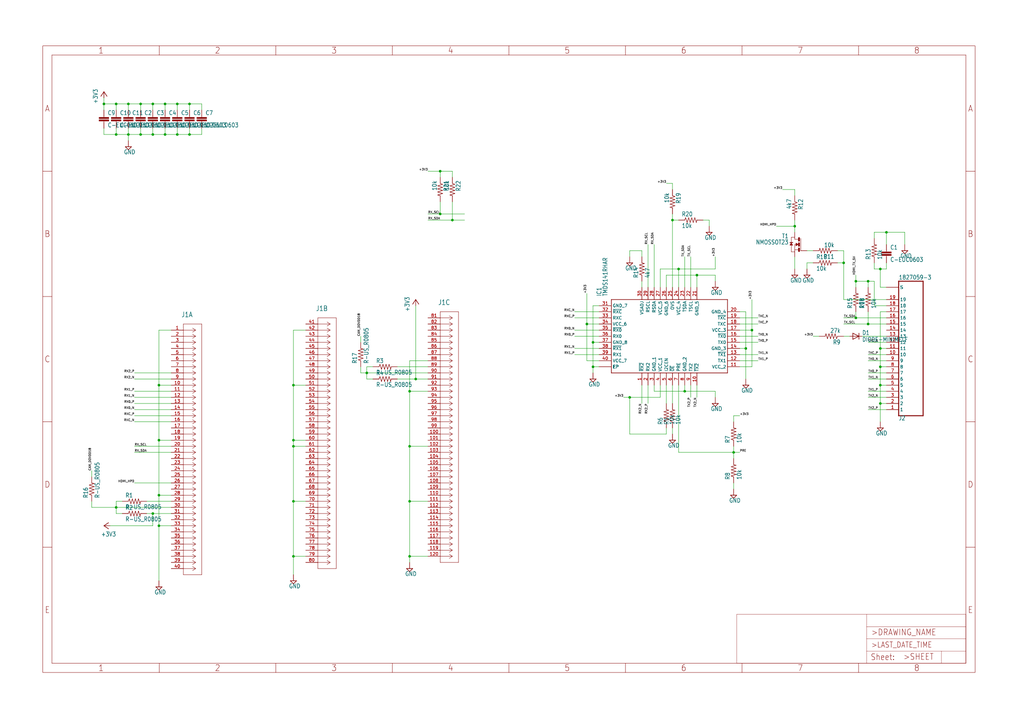
<source format=kicad_sch>
(kicad_sch (version 20211123) (generator eeschema)
  (paper "User" 425.45 299.161)
  (lib_symbols
    (symbol "Kintex7_disp_out_hdmi-eagle-import:+3V3" (power)
      (property "Value" "+3V3" (at -2.54 -5.08 90))
      (symbol "+3V3_1_0"
        (pin power_in line (at 0 -2.54 90) (length 2.54) (name "+3V3") (number "1"))
      )
    )
    (symbol "Kintex7_disp_out_hdmi-eagle-import:1827059-3"
      (property "Reference" "J" (at -5.084 27.962 0))
      (property "Value" "1827059-3" (at -5.0842 -30.5052 0))
      (symbol "1827059-3_1_0"
        (pin passive line (at -10.16 25.4 0) (length 5.08) (name "1") (number "1"))
        (pin passive line (at -10.16 2.54 0) (length 5.08) (name "10") (number "10"))
        (pin passive line (at -10.16 0 0) (length 5.08) (name "11") (number "11"))
        (pin passive line (at -10.16 -2.54 0) (length 5.08) (name "12") (number "12"))
        (pin passive line (at -10.16 -5.08 0) (length 5.08) (name "13") (number "13"))
        (pin passive line (at -10.16 -7.62 0) (length 5.08) (name "14") (number "14"))
        (pin passive line (at -10.16 -10.16 0) (length 5.08) (name "15") (number "15"))
        (pin passive line (at -10.16 -12.7 0) (length 5.08) (name "16") (number "16"))
        (pin passive line (at -10.16 -15.24 0) (length 5.08) (name "17") (number "17"))
        (pin passive line (at -10.16 -17.78 0) (length 5.08) (name "18") (number "18"))
        (pin passive line (at -10.16 -20.32 0) (length 5.08) (name "19") (number "19"))
        (pin passive line (at -10.16 22.86 0) (length 5.08) (name "2") (number "2"))
        (pin passive line (at -10.16 20.32 0) (length 5.08) (name "3") (number "3"))
        (pin passive line (at -10.16 17.78 0) (length 5.08) (name "4") (number "4"))
        (pin passive line (at -10.16 15.24 0) (length 5.08) (name "5") (number "5"))
        (pin passive line (at -10.16 12.7 0) (length 5.08) (name "6") (number "6"))
        (pin passive line (at -10.16 10.16 0) (length 5.08) (name "7") (number "7"))
        (pin passive line (at -10.16 7.62 0) (length 5.08) (name "8") (number "8"))
        (pin passive line (at -10.16 5.08 0) (length 5.08) (name "9") (number "9"))
        (pin passive line (at -10.16 -25.4 0) (length 5.08) (name "S") (number "S1"))
        (pin passive line (at -10.16 -25.4 0) (length 5.08) (name "S") (number "S2"))
        (pin passive line (at -10.16 -25.4 0) (length 5.08) (name "S") (number "S3"))
        (pin passive line (at -10.16 -25.4 0) (length 5.08) (name "S") (number "S4"))
      )
    )
    (symbol "Kintex7_disp_out_hdmi-eagle-import:5177985-5"
      (property "Reference" "J" (at 4.1656 5.3086 0))
      (symbol "5177985-5_1_0"
        (pin passive line (at 0 0 0) (length 5.08) (name "1") (number "1"))
        (pin passive line (at 0 -22.86 0) (length 5.08) (name "10") (number "10"))
        (pin passive line (at 0 -25.4 0) (length 5.08) (name "11") (number "11"))
        (pin passive line (at 0 -27.94 0) (length 5.08) (name "12") (number "12"))
        (pin passive line (at 0 -30.48 0) (length 5.08) (name "13") (number "13"))
        (pin passive line (at 0 -33.02 0) (length 5.08) (name "14") (number "14"))
        (pin passive line (at 0 -35.56 0) (length 5.08) (name "15") (number "15"))
        (pin passive line (at 0 -38.1 0) (length 5.08) (name "16") (number "16"))
        (pin passive line (at 0 -40.64 0) (length 5.08) (name "17") (number "17"))
        (pin passive line (at 0 -43.18 0) (length 5.08) (name "18") (number "18"))
        (pin passive line (at 0 -45.72 0) (length 5.08) (name "19") (number "19"))
        (pin passive line (at 0 -2.54 0) (length 5.08) (name "2") (number "2"))
        (pin passive line (at 0 -48.26 0) (length 5.08) (name "20") (number "20"))
        (pin passive line (at 0 -50.8 0) (length 5.08) (name "21") (number "21"))
        (pin passive line (at 0 -53.34 0) (length 5.08) (name "22") (number "22"))
        (pin passive line (at 0 -55.88 0) (length 5.08) (name "23") (number "23"))
        (pin passive line (at 0 -58.42 0) (length 5.08) (name "24") (number "24"))
        (pin passive line (at 0 -60.96 0) (length 5.08) (name "25") (number "25"))
        (pin passive line (at 0 -63.5 0) (length 5.08) (name "26") (number "26"))
        (pin passive line (at 0 -66.04 0) (length 5.08) (name "27") (number "27"))
        (pin passive line (at 0 -68.58 0) (length 5.08) (name "28") (number "28"))
        (pin passive line (at 0 -71.12 0) (length 5.08) (name "29") (number "29"))
        (pin passive line (at 0 -5.08 0) (length 5.08) (name "3") (number "3"))
        (pin passive line (at 0 -73.66 0) (length 5.08) (name "30") (number "30"))
        (pin passive line (at 0 -76.2 0) (length 5.08) (name "31") (number "31"))
        (pin passive line (at 0 -78.74 0) (length 5.08) (name "32") (number "32"))
        (pin passive line (at 0 -81.28 0) (length 5.08) (name "33") (number "33"))
        (pin passive line (at 0 -83.82 0) (length 5.08) (name "34") (number "34"))
        (pin passive line (at 0 -86.36 0) (length 5.08) (name "35") (number "35"))
        (pin passive line (at 0 -88.9 0) (length 5.08) (name "36") (number "36"))
        (pin passive line (at 0 -91.44 0) (length 5.08) (name "37") (number "37"))
        (pin passive line (at 0 -93.98 0) (length 5.08) (name "38") (number "38"))
        (pin passive line (at 0 -96.52 0) (length 5.08) (name "39") (number "39"))
        (pin passive line (at 0 -7.62 0) (length 5.08) (name "4") (number "4"))
        (pin passive line (at 0 -99.06 0) (length 5.08) (name "40") (number "40"))
        (pin passive line (at 0 -10.16 0) (length 5.08) (name "5") (number "5"))
        (pin passive line (at 0 -12.7 0) (length 5.08) (name "6") (number "6"))
        (pin passive line (at 0 -15.24 0) (length 5.08) (name "7") (number "7"))
        (pin passive line (at 0 -17.78 0) (length 5.08) (name "8") (number "8"))
        (pin passive line (at 0 -20.32 0) (length 5.08) (name "9") (number "9"))
      )
      (symbol "5177985-5_2_0"
        (pin passive line (at 0 0 0) (length 5.08) (name "41") (number "41"))
        (pin passive line (at 0 -2.54 0) (length 5.08) (name "42") (number "42"))
        (pin passive line (at 0 -5.08 0) (length 5.08) (name "43") (number "43"))
        (pin passive line (at 0 -7.62 0) (length 5.08) (name "44") (number "44"))
        (pin passive line (at 0 -10.16 0) (length 5.08) (name "45") (number "45"))
        (pin passive line (at 0 -12.7 0) (length 5.08) (name "46") (number "46"))
        (pin passive line (at 0 -15.24 0) (length 5.08) (name "47") (number "47"))
        (pin passive line (at 0 -17.78 0) (length 5.08) (name "48") (number "48"))
        (pin passive line (at 0 -20.32 0) (length 5.08) (name "49") (number "49"))
        (pin passive line (at 0 -22.86 0) (length 5.08) (name "50") (number "50"))
        (pin passive line (at 0 -25.4 0) (length 5.08) (name "51") (number "51"))
        (pin passive line (at 0 -27.94 0) (length 5.08) (name "52") (number "52"))
        (pin passive line (at 0 -30.48 0) (length 5.08) (name "53") (number "53"))
        (pin passive line (at 0 -33.02 0) (length 5.08) (name "54") (number "54"))
        (pin passive line (at 0 -35.56 0) (length 5.08) (name "55") (number "55"))
        (pin passive line (at 0 -38.1 0) (length 5.08) (name "56") (number "56"))
        (pin passive line (at 0 -40.64 0) (length 5.08) (name "57") (number "57"))
        (pin passive line (at 0 -43.18 0) (length 5.08) (name "58") (number "58"))
        (pin passive line (at 0 -45.72 0) (length 5.08) (name "59") (number "59"))
        (pin passive line (at 0 -48.26 0) (length 5.08) (name "60") (number "60"))
        (pin passive line (at 0 -50.8 0) (length 5.08) (name "61") (number "61"))
        (pin passive line (at 0 -53.34 0) (length 5.08) (name "62") (number "62"))
        (pin passive line (at 0 -55.88 0) (length 5.08) (name "63") (number "63"))
        (pin passive line (at 0 -58.42 0) (length 5.08) (name "64") (number "64"))
        (pin passive line (at 0 -60.96 0) (length 5.08) (name "65") (number "65"))
        (pin passive line (at 0 -63.5 0) (length 5.08) (name "66") (number "66"))
        (pin passive line (at 0 -66.04 0) (length 5.08) (name "67") (number "67"))
        (pin passive line (at 0 -68.58 0) (length 5.08) (name "68") (number "68"))
        (pin passive line (at 0 -71.12 0) (length 5.08) (name "69") (number "69"))
        (pin passive line (at 0 -73.66 0) (length 5.08) (name "70") (number "70"))
        (pin passive line (at 0 -76.2 0) (length 5.08) (name "71") (number "71"))
        (pin passive line (at 0 -78.74 0) (length 5.08) (name "72") (number "72"))
        (pin passive line (at 0 -81.28 0) (length 5.08) (name "73") (number "73"))
        (pin passive line (at 0 -83.82 0) (length 5.08) (name "74") (number "74"))
        (pin passive line (at 0 -86.36 0) (length 5.08) (name "75") (number "75"))
        (pin passive line (at 0 -88.9 0) (length 5.08) (name "76") (number "76"))
        (pin passive line (at 0 -91.44 0) (length 5.08) (name "77") (number "77"))
        (pin passive line (at 0 -93.98 0) (length 5.08) (name "78") (number "78"))
        (pin passive line (at 0 -96.52 0) (length 5.08) (name "79") (number "79"))
        (pin passive line (at 0 -99.06 0) (length 5.08) (name "80") (number "80"))
      )
      (symbol "5177985-5_3_0"
        (pin passive line (at 0 -48.26 0) (length 5.08) (name "100") (number "100"))
        (pin passive line (at 0 -50.8 0) (length 5.08) (name "101") (number "101"))
        (pin passive line (at 0 -53.34 0) (length 5.08) (name "102") (number "102"))
        (pin passive line (at 0 -55.88 0) (length 5.08) (name "103") (number "103"))
        (pin passive line (at 0 -58.42 0) (length 5.08) (name "104") (number "104"))
        (pin passive line (at 0 -60.96 0) (length 5.08) (name "105") (number "105"))
        (pin passive line (at 0 -63.5 0) (length 5.08) (name "106") (number "106"))
        (pin passive line (at 0 -66.04 0) (length 5.08) (name "107") (number "107"))
        (pin passive line (at 0 -68.58 0) (length 5.08) (name "108") (number "108"))
        (pin passive line (at 0 -71.12 0) (length 5.08) (name "109") (number "109"))
        (pin passive line (at 0 -73.66 0) (length 5.08) (name "110") (number "110"))
        (pin passive line (at 0 -76.2 0) (length 5.08) (name "111") (number "111"))
        (pin passive line (at 0 -78.74 0) (length 5.08) (name "112") (number "112"))
        (pin passive line (at 0 -81.28 0) (length 5.08) (name "113") (number "113"))
        (pin passive line (at 0 -83.82 0) (length 5.08) (name "114") (number "114"))
        (pin passive line (at 0 -86.36 0) (length 5.08) (name "115") (number "115"))
        (pin passive line (at 0 -88.9 0) (length 5.08) (name "116") (number "116"))
        (pin passive line (at 0 -91.44 0) (length 5.08) (name "117") (number "117"))
        (pin passive line (at 0 -93.98 0) (length 5.08) (name "118") (number "118"))
        (pin passive line (at 0 -96.52 0) (length 5.08) (name "119") (number "119"))
        (pin passive line (at 0 -99.06 0) (length 5.08) (name "120") (number "120"))
        (pin passive line (at 0 0 0) (length 5.08) (name "81") (number "81"))
        (pin passive line (at 0 -2.54 0) (length 5.08) (name "82") (number "82"))
        (pin passive line (at 0 -5.08 0) (length 5.08) (name "83") (number "83"))
        (pin passive line (at 0 -7.62 0) (length 5.08) (name "84") (number "84"))
        (pin passive line (at 0 -10.16 0) (length 5.08) (name "85") (number "85"))
        (pin passive line (at 0 -12.7 0) (length 5.08) (name "86") (number "86"))
        (pin passive line (at 0 -15.24 0) (length 5.08) (name "87") (number "87"))
        (pin passive line (at 0 -17.78 0) (length 5.08) (name "88") (number "88"))
        (pin passive line (at 0 -20.32 0) (length 5.08) (name "89") (number "89"))
        (pin passive line (at 0 -22.86 0) (length 5.08) (name "90") (number "90"))
        (pin passive line (at 0 -25.4 0) (length 5.08) (name "91") (number "91"))
        (pin passive line (at 0 -27.94 0) (length 5.08) (name "92") (number "92"))
        (pin passive line (at 0 -30.48 0) (length 5.08) (name "93") (number "93"))
        (pin passive line (at 0 -33.02 0) (length 5.08) (name "94") (number "94"))
        (pin passive line (at 0 -35.56 0) (length 5.08) (name "95") (number "95"))
        (pin passive line (at 0 -38.1 0) (length 5.08) (name "96") (number "96"))
        (pin passive line (at 0 -40.64 0) (length 5.08) (name "97") (number "97"))
        (pin passive line (at 0 -43.18 0) (length 5.08) (name "98") (number "98"))
        (pin passive line (at 0 -45.72 0) (length 5.08) (name "99") (number "99"))
      )
    )
    (symbol "Kintex7_disp_out_hdmi-eagle-import:A3L-LOC"
      (symbol "A3L-LOC_0_0"
        (text "1" (at 24.2094 1.905 0) (effects (font (size 2.54 2.286))))
        (text "1" (at 24.2094 258.445 0) (effects (font (size 2.54 2.286))))
        (text "2" (at 72.6281 1.905 0) (effects (font (size 2.54 2.286))))
        (text "2" (at 72.6281 258.445 0) (effects (font (size 2.54 2.286))))
        (text "3" (at 121.0469 1.905 0) (effects (font (size 2.54 2.286))))
        (text "3" (at 121.0469 258.445 0) (effects (font (size 2.54 2.286))))
        (text "4" (at 169.4656 1.905 0) (effects (font (size 2.54 2.286))))
        (text "4" (at 169.4656 258.445 0) (effects (font (size 2.54 2.286))))
        (text "5" (at 217.8844 1.905 0) (effects (font (size 2.54 2.286))))
        (text "5" (at 217.8844 258.445 0) (effects (font (size 2.54 2.286))))
        (text "6" (at 266.3031 1.905 0) (effects (font (size 2.54 2.286))))
        (text "6" (at 266.3031 258.445 0) (effects (font (size 2.54 2.286))))
        (text "7" (at 314.7219 1.905 0) (effects (font (size 2.54 2.286))))
        (text "7" (at 314.7219 258.445 0) (effects (font (size 2.54 2.286))))
        (text "8" (at 363.1406 1.905 0) (effects (font (size 2.54 2.286))))
        (text "8" (at 363.1406 258.445 0) (effects (font (size 2.54 2.286))))
        (text "A" (at 1.905 234.315 0) (effects (font (size 2.54 2.286))))
        (text "A" (at 385.445 234.315 0) (effects (font (size 2.54 2.286))))
        (text "B" (at 1.905 182.245 0) (effects (font (size 2.54 2.286))))
        (text "B" (at 385.445 182.245 0) (effects (font (size 2.54 2.286))))
        (text "C" (at 1.905 130.175 0) (effects (font (size 2.54 2.286))))
        (text "C" (at 385.445 130.175 0) (effects (font (size 2.54 2.286))))
        (text "D" (at 1.905 78.105 0) (effects (font (size 2.54 2.286))))
        (text "D" (at 385.445 78.105 0) (effects (font (size 2.54 2.286))))
        (text "E" (at 1.905 26.035 0) (effects (font (size 2.54 2.286))))
        (text "E" (at 385.445 26.035 0) (effects (font (size 2.54 2.286))))
      )
      (symbol "A3L-LOC_1_0"
        (text ">DRAWING_NAME" (at 344.17 15.24 0) (effects (font (size 2.54 2.159)) (justify left bottom)))
        (text ">LAST_DATE_TIME" (at 344.17 10.16 0) (effects (font (size 2.286 1.9431)) (justify left bottom)))
        (text ">SHEET" (at 357.505 5.08 0) (effects (font (size 2.54 2.159)) (justify left bottom)))
        (text "Sheet:" (at 343.916 4.953 0) (effects (font (size 2.54 2.159)) (justify left bottom)))
      )
    )
    (symbol "Kintex7_disp_out_hdmi-eagle-import:C-EUC0603"
      (property "Reference" "C" (at 1.524 0.381 0))
      (property "Value" "C-EUC0603" (at 1.524 -4.699 0))
      (symbol "C-EUC0603_1_0"
        (pin passive line (at 0 2.54 270) (length 2.54) (name "1") (number "1"))
        (pin passive line (at 0 -5.08 90) (length 2.54) (name "2") (number "2"))
      )
    )
    (symbol "Kintex7_disp_out_hdmi-eagle-import:DIODE-MINIMELF"
      (property "Reference" "D" (at 2.54 0.4826 0))
      (property "Value" "DIODE-MINIMELF" (at 2.54 -2.3114 0))
      (symbol "DIODE-MINIMELF_1_0"
        (pin passive line (at -2.54 0 0) (length 2.54) (name "A") (number "A"))
        (pin passive line (at 2.54 0 180) (length 2.54) (name "C") (number "C"))
      )
    )
    (symbol "Kintex7_disp_out_hdmi-eagle-import:GND" (power)
      (property "Value" "GND" (at -1.905 -3.175 0))
      (symbol "GND_1_0"
        (pin power_in line (at 0 2.54 270) (length 2.54) (name "GND") (number "1"))
      )
    )
    (symbol "Kintex7_disp_out_hdmi-eagle-import:NMOSSOT23"
      (property "Reference" "T" (at 2.54 2.54 0))
      (property "Value" "NMOSSOT23" (at 2.54 0 0))
      (symbol "NMOSSOT23_1_0"
        (pin passive line (at 0 5.08 270) (length 2.54) (name "D") (number "1"))
        (pin passive line (at 0 -5.08 90) (length 2.54) (name "S") (number "2"))
        (pin passive line (at -5.08 -2.54 0) (length 2.54) (name "G") (number "3"))
      )
    )
    (symbol "Kintex7_disp_out_hdmi-eagle-import:R-US_R0805"
      (property "Reference" "R" (at -3.81 1.4986 0))
      (property "Value" "R-US_R0805" (at -3.81 -3.302 0))
      (symbol "R-US_R0805_1_0"
        (pin passive line (at -5.08 0 0) (length 2.54) (name "1") (number "1"))
        (pin passive line (at 5.08 0 180) (length 2.54) (name "2") (number "2"))
      )
    )
    (symbol "Kintex7_disp_out_hdmi-eagle-import:TMDS141RHAR"
      (property "Reference" "IC" (at 36.83 17.78 0))
      (property "Value" "TMDS141RHAR" (at 36.83 15.24 0))
      (symbol "TMDS141RHAR_1_0"
        (pin bidirectional line (at 0 0 0) (length 5.08) (name "~{RX2}") (number "1"))
        (pin bidirectional line (at 0 -22.86 0) (length 5.08) (name "~{TX2}") (number "10"))
        (pin bidirectional line (at 7.62 -40.64 90) (length 5.08) (name "VCC_2") (number "11"))
        (pin bidirectional line (at 10.16 -40.64 90) (length 5.08) (name "TX1") (number "12"))
        (pin bidirectional line (at 12.7 -40.64 90) (length 5.08) (name "~{TX1}") (number "13"))
        (pin bidirectional line (at 15.24 -40.64 90) (length 5.08) (name "GND_3") (number "14"))
        (pin bidirectional line (at 17.78 -40.64 90) (length 5.08) (name "TX0") (number "15"))
        (pin bidirectional line (at 20.32 -40.64 90) (length 5.08) (name "~{TX0}") (number "16"))
        (pin bidirectional line (at 22.86 -40.64 90) (length 5.08) (name "VCC_3") (number "17"))
        (pin bidirectional line (at 25.4 -40.64 90) (length 5.08) (name "TXC") (number "18"))
        (pin bidirectional line (at 27.94 -40.64 90) (length 5.08) (name "~{TXC}") (number "19"))
        (pin bidirectional line (at 0 -2.54 0) (length 5.08) (name "RX2") (number "2"))
        (pin bidirectional line (at 30.48 -40.64 90) (length 5.08) (name "GND_4") (number "20"))
        (pin bidirectional line (at 40.64 -22.86 180) (length 5.08) (name "GND_5") (number "21"))
        (pin bidirectional line (at 40.64 -20.32 180) (length 5.08) (name "TSCL") (number "22"))
        (pin bidirectional line (at 40.64 -17.78 180) (length 5.08) (name "TSDA") (number "23"))
        (pin bidirectional line (at 40.64 -15.24 180) (length 5.08) (name "VCC_4") (number "24"))
        (pin bidirectional line (at 40.64 -12.7 180) (length 5.08) (name "OVS") (number "25"))
        (pin bidirectional line (at 40.64 -10.16 180) (length 5.08) (name "GND_6") (number "26"))
        (pin bidirectional line (at 40.64 -7.62 180) (length 5.08) (name "VCC_5") (number "27"))
        (pin bidirectional line (at 40.64 -5.08 180) (length 5.08) (name "RSDA") (number "28"))
        (pin bidirectional line (at 40.64 -2.54 180) (length 5.08) (name "RSCL") (number "29"))
        (pin bidirectional line (at 0 -5.08 0) (length 5.08) (name "GND_1") (number "3"))
        (pin bidirectional line (at 40.64 0 180) (length 5.08) (name "VSADJ") (number "30"))
        (pin bidirectional line (at 33.02 17.78 270) (length 5.08) (name "GND_7") (number "31"))
        (pin bidirectional line (at 30.48 17.78 270) (length 5.08) (name "~{RXC}") (number "32"))
        (pin bidirectional line (at 27.94 17.78 270) (length 5.08) (name "RXC") (number "33"))
        (pin bidirectional line (at 25.4 17.78 270) (length 5.08) (name "VCC_6") (number "34"))
        (pin bidirectional line (at 22.86 17.78 270) (length 5.08) (name "~{RX0}") (number "35"))
        (pin bidirectional line (at 20.32 17.78 270) (length 5.08) (name "RX0") (number "36"))
        (pin bidirectional line (at 17.78 17.78 270) (length 5.08) (name "GND_8") (number "37"))
        (pin bidirectional line (at 15.24 17.78 270) (length 5.08) (name "~{RX1}") (number "38"))
        (pin bidirectional line (at 12.7 17.78 270) (length 5.08) (name "RX1") (number "39"))
        (pin bidirectional line (at 0 -7.62 0) (length 5.08) (name "VCC_1") (number "4"))
        (pin bidirectional line (at 10.16 17.78 270) (length 5.08) (name "VCC_7") (number "40"))
        (pin bidirectional line (at 7.62 17.78 270) (length 5.08) (name "EP") (number "41"))
        (pin bidirectional line (at 0 -10.16 0) (length 5.08) (name "I2CEN") (number "5"))
        (pin bidirectional line (at 0 -12.7 0) (length 5.08) (name "~{OE}") (number "6"))
        (pin bidirectional line (at 0 -15.24 0) (length 5.08) (name "PRE") (number "7"))
        (pin bidirectional line (at 0 -17.78 0) (length 5.08) (name "GND_2") (number "8"))
        (pin bidirectional line (at 0 -20.32 0) (length 5.08) (name "TX2") (number "9"))
        (pin bidirectional line (at 7.62 17.78 270) (length 5.08) (name "EP") (number "P$1"))
        (pin bidirectional line (at 7.62 17.78 270) (length 5.08) (name "EP") (number "P$2"))
        (pin bidirectional line (at 7.62 17.78 270) (length 5.08) (name "EP") (number "P$3"))
        (pin bidirectional line (at 7.62 17.78 270) (length 5.08) (name "EP") (number "P$4"))
        (pin bidirectional line (at 7.62 17.78 270) (length 5.08) (name "EP") (number "P$5"))
      )
    )
  )
  (junction (at 281.94 111.76))
  (junction (at 355.6 116.84))
  (junction (at 121.92 160.02))
  (junction (at 78.74 43.18))
  (junction (at 289.56 114.3))
  (junction (at 170.18 162.56))
  (junction (at 360.68 116.84))
  (junction (at 365.76 152.4))
  (junction (at 68.58 43.18))
  (junction (at 309.88 144.78))
  (junction (at 182.88 71.12))
  (junction (at 330.2 93.98))
  (junction (at 66.04 218.44))
  (junction (at 43.18 43.18))
  (junction (at 53.34 55.88))
  (junction (at 279.4 91.44))
  (junction (at 66.04 205.74))
  (junction (at 63.5 43.18))
  (junction (at 261.62 165.1))
  (junction (at 68.58 55.88))
  (junction (at 121.92 182.88))
  (junction (at 53.34 43.18))
  (junction (at 365.76 111.76))
  (junction (at 63.5 213.36))
  (junction (at 360.68 134.62))
  (junction (at 365.76 167.64))
  (junction (at 187.96 91.44))
  (junction (at 78.74 55.88))
  (junction (at 66.04 182.88))
  (junction (at 246.38 152.4))
  (junction (at 48.26 43.18))
  (junction (at 182.88 88.9))
  (junction (at 63.5 55.88))
  (junction (at 284.48 162.56))
  (junction (at 355.6 132.08))
  (junction (at 152.4 154.94))
  (junction (at 304.8 187.96))
  (junction (at 121.92 208.28))
  (junction (at 58.42 55.88))
  (junction (at 243.84 134.62))
  (junction (at 312.42 137.16))
  (junction (at 368.3 96.52))
  (junction (at 350.52 109.22))
  (junction (at 246.38 142.24))
  (junction (at 365.76 160.02))
  (junction (at 170.18 208.28))
  (junction (at 48.26 55.88))
  (junction (at 66.04 160.02))
  (junction (at 365.76 144.78))
  (junction (at 172.72 157.48))
  (junction (at 48.26 210.82))
  (junction (at 73.66 55.88))
  (junction (at 121.92 185.42))
  (junction (at 121.92 231.14))
  (junction (at 170.18 185.42))
  (junction (at 73.66 43.18))
  (junction (at 170.18 231.14))
  (junction (at 58.42 43.18))
  (wire (pts (xy 68.58 43.18) (xy 73.66 43.18)))
  (wire (pts (xy 350.52 104.14) (xy 347.98 104.14)))
  (wire (pts (xy 304.8 187.96) (xy 281.94 187.96)))
  (wire (pts (xy 269.24 160.02) (xy 269.24 167.64)))
  (wire (pts (xy 307.34 147.32) (xy 314.96 147.32)))
  (wire (pts (xy 58.42 43.18) (xy 63.5 43.18)))
  (wire (pts (xy 170.18 185.42) (xy 170.18 208.28)))
  (wire (pts (xy 368.3 111.76) (xy 365.76 111.76)))
  (wire (pts (xy 360.68 134.62) (xy 368.3 134.62)))
  (wire (pts (xy 360.68 154.94) (xy 368.3 154.94)))
  (wire (pts (xy 368.3 129.54) (xy 365.76 129.54)))
  (wire (pts (xy 248.92 149.86) (xy 243.84 149.86)))
  (wire (pts (xy 276.86 114.3) (xy 289.56 114.3)))
  (wire (pts (xy 360.68 142.24) (xy 368.3 142.24)))
  (wire (pts (xy 170.18 149.86) (xy 170.18 162.56)))
  (wire (pts (xy 170.18 162.56) (xy 170.18 185.42)))
  (wire (pts (xy 53.34 55.88) (xy 53.34 58.42)))
  (wire (pts (xy 246.38 127) (xy 246.38 142.24)))
  (wire (pts (xy 355.6 116.84) (xy 355.6 114.3)))
  (wire (pts (xy 73.66 43.18) (xy 78.74 43.18)))
  (wire (pts (xy 187.96 91.44) (xy 193.04 91.44)))
  (wire (pts (xy 276.86 177.8) (xy 276.86 180.34)))
  (wire (pts (xy 170.18 231.14) (xy 170.18 233.68)))
  (wire (pts (xy 269.24 101.6) (xy 269.24 119.38)))
  (wire (pts (xy 83.82 55.88) (xy 83.82 53.34)))
  (wire (pts (xy 365.76 160.02) (xy 365.76 167.64)))
  (wire (pts (xy 276.86 180.34) (xy 261.62 180.34)))
  (wire (pts (xy 243.84 149.86) (xy 243.84 134.62)))
  (wire (pts (xy 363.22 111.76) (xy 363.22 109.22)))
  (wire (pts (xy 355.6 129.54) (xy 355.6 132.08)))
  (wire (pts (xy 368.3 167.64) (xy 365.76 167.64)))
  (wire (pts (xy 289.56 114.3) (xy 297.18 114.3)))
  (wire (pts (xy 360.68 129.54) (xy 360.68 134.62)))
  (wire (pts (xy 238.76 129.54) (xy 248.92 129.54)))
  (wire (pts (xy 53.34 55.88) (xy 48.26 55.88)))
  (wire (pts (xy 177.8 91.44) (xy 187.96 91.44)))
  (wire (pts (xy 43.18 45.72) (xy 43.18 43.18)))
  (wire (pts (xy 60.96 208.28) (xy 71.12 208.28)))
  (wire (pts (xy 314.96 132.08) (xy 307.34 132.08)))
  (wire (pts (xy 63.5 43.18) (xy 68.58 43.18)))
  (wire (pts (xy 48.26 45.72) (xy 48.26 43.18)))
  (wire (pts (xy 363.22 127) (xy 368.3 127)))
  (wire (pts (xy 304.8 172.72) (xy 307.34 172.72)))
  (wire (pts (xy 307.34 142.24) (xy 314.96 142.24)))
  (wire (pts (xy 274.32 160.02) (xy 274.32 165.1)))
  (wire (pts (xy 304.8 185.42) (xy 304.8 187.96)))
  (wire (pts (xy 246.38 142.24) (xy 246.38 152.4)))
  (wire (pts (xy 48.26 55.88) (xy 43.18 55.88)))
  (wire (pts (xy 365.76 119.38) (xy 368.3 119.38)))
  (wire (pts (xy 350.52 132.08) (xy 355.6 132.08)))
  (wire (pts (xy 121.92 185.42) (xy 121.92 208.28)))
  (wire (pts (xy 284.48 162.56) (xy 297.18 162.56)))
  (wire (pts (xy 238.76 137.16) (xy 248.92 137.16)))
  (wire (pts (xy 276.86 167.64) (xy 276.86 160.02)))
  (wire (pts (xy 149.86 154.94) (xy 152.4 154.94)))
  (wire (pts (xy 78.74 55.88) (xy 83.82 55.88)))
  (wire (pts (xy 271.78 101.6) (xy 271.78 119.38)))
  (wire (pts (xy 307.34 139.7) (xy 314.96 139.7)))
  (wire (pts (xy 63.5 218.44) (xy 63.5 213.36)))
  (wire (pts (xy 266.7 104.14) (xy 266.7 106.68)))
  (wire (pts (xy 279.4 180.34) (xy 279.4 177.8)))
  (wire (pts (xy 63.5 213.36) (xy 71.12 213.36)))
  (wire (pts (xy 182.88 71.12) (xy 182.88 73.66)))
  (wire (pts (xy 78.74 43.18) (xy 78.74 45.72)))
  (wire (pts (xy 55.88 154.94) (xy 71.12 154.94)))
  (wire (pts (xy 127 160.02) (xy 121.92 160.02)))
  (wire (pts (xy 127 231.14) (xy 121.92 231.14)))
  (wire (pts (xy 165.1 157.48) (xy 172.72 157.48)))
  (wire (pts (xy 53.34 55.88) (xy 58.42 55.88)))
  (wire (pts (xy 271.78 160.02) (xy 271.78 162.56)))
  (wire (pts (xy 312.42 137.16) (xy 312.42 124.46)))
  (wire (pts (xy 48.26 208.28) (xy 50.8 208.28)))
  (wire (pts (xy 284.48 160.02) (xy 284.48 162.56)))
  (wire (pts (xy 261.62 165.1) (xy 259.08 165.1)))
  (wire (pts (xy 68.58 55.88) (xy 68.58 53.34)))
  (wire (pts (xy 360.68 170.18) (xy 368.3 170.18)))
  (wire (pts (xy 304.8 187.96) (xy 304.8 190.5)))
  (wire (pts (xy 368.3 109.22) (xy 368.3 111.76)))
  (wire (pts (xy 53.34 43.18) (xy 58.42 43.18)))
  (wire (pts (xy 363.22 116.84) (xy 363.22 127)))
  (wire (pts (xy 335.28 109.22) (xy 335.28 111.76)))
  (wire (pts (xy 48.26 43.18) (xy 53.34 43.18)))
  (wire (pts (xy 43.18 55.88) (xy 43.18 53.34)))
  (wire (pts (xy 360.68 147.32) (xy 368.3 147.32)))
  (wire (pts (xy 177.8 88.9) (xy 182.88 88.9)))
  (wire (pts (xy 177.8 185.42) (xy 170.18 185.42)))
  (wire (pts (xy 170.18 208.28) (xy 170.18 231.14)))
  (wire (pts (xy 83.82 43.18) (xy 83.82 45.72)))
  (wire (pts (xy 274.32 165.1) (xy 261.62 165.1)))
  (wire (pts (xy 187.96 71.12) (xy 187.96 73.66)))
  (wire (pts (xy 48.26 213.36) (xy 48.26 210.82)))
  (wire (pts (xy 149.86 142.24) (xy 149.86 139.7)))
  (wire (pts (xy 66.04 205.74) (xy 66.04 218.44)))
  (wire (pts (xy 177.8 154.94) (xy 152.4 154.94)))
  (wire (pts (xy 368.3 157.48) (xy 360.68 157.48)))
  (wire (pts (xy 279.4 88.9) (xy 279.4 91.44)))
  (wire (pts (xy 243.84 134.62) (xy 243.84 121.92)))
  (wire (pts (xy 55.88 185.42) (xy 71.12 185.42)))
  (wire (pts (xy 182.88 83.82) (xy 182.88 88.9)))
  (wire (pts (xy 71.12 160.02) (xy 66.04 160.02)))
  (wire (pts (xy 238.76 144.78) (xy 248.92 144.78)))
  (wire (pts (xy 187.96 83.82) (xy 187.96 91.44)))
  (wire (pts (xy 66.04 182.88) (xy 66.04 205.74)))
  (wire (pts (xy 53.34 43.18) (xy 53.34 45.72)))
  (wire (pts (xy 355.6 116.84) (xy 355.6 119.38)))
  (wire (pts (xy 330.2 78.74) (xy 325.12 78.74)))
  (wire (pts (xy 360.68 119.38) (xy 360.68 116.84)))
  (wire (pts (xy 55.88 157.48) (xy 71.12 157.48)))
  (wire (pts (xy 266.7 116.84) (xy 266.7 119.38)))
  (wire (pts (xy 78.74 43.18) (xy 83.82 43.18)))
  (wire (pts (xy 365.76 111.76) (xy 365.76 119.38)))
  (wire (pts (xy 48.26 210.82) (xy 38.1 210.82)))
  (wire (pts (xy 238.76 132.08) (xy 248.92 132.08)))
  (wire (pts (xy 307.34 152.4) (xy 312.42 152.4)))
  (wire (pts (xy 121.92 208.28) (xy 121.92 231.14)))
  (wire (pts (xy 121.92 160.02) (xy 121.92 182.88)))
  (wire (pts (xy 365.76 160.02) (xy 368.3 160.02)))
  (wire (pts (xy 309.88 129.54) (xy 309.88 144.78)))
  (wire (pts (xy 127 185.42) (xy 121.92 185.42)))
  (wire (pts (xy 172.72 127) (xy 172.72 157.48)))
  (wire (pts (xy 68.58 55.88) (xy 73.66 55.88)))
  (wire (pts (xy 177.8 162.56) (xy 170.18 162.56)))
  (wire (pts (xy 78.74 55.88) (xy 78.74 53.34)))
  (wire (pts (xy 368.3 152.4) (xy 365.76 152.4)))
  (wire (pts (xy 248.92 127) (xy 246.38 127)))
  (wire (pts (xy 177.8 208.28) (xy 170.18 208.28)))
  (wire (pts (xy 368.3 162.56) (xy 360.68 162.56)))
  (wire (pts (xy 330.2 93.98) (xy 330.2 91.44)))
  (wire (pts (xy 55.88 187.96) (xy 71.12 187.96)))
  (wire (pts (xy 304.8 187.96) (xy 307.34 187.96)))
  (wire (pts (xy 360.68 165.1) (xy 368.3 165.1)))
  (wire (pts (xy 71.12 137.16) (xy 66.04 137.16)))
  (wire (pts (xy 363.22 99.06) (xy 363.22 96.52)))
  (wire (pts (xy 279.4 76.2) (xy 276.86 76.2)))
  (wire (pts (xy 55.88 162.56) (xy 71.12 162.56)))
  (wire (pts (xy 50.8 213.36) (xy 48.26 213.36)))
  (wire (pts (xy 274.32 119.38) (xy 274.32 111.76)))
  (wire (pts (xy 330.2 111.76) (xy 330.2 106.68)))
  (wire (pts (xy 177.8 231.14) (xy 170.18 231.14)))
  (wire (pts (xy 335.28 104.14) (xy 337.82 104.14)))
  (wire (pts (xy 294.64 91.44) (xy 294.64 93.98)))
  (wire (pts (xy 66.04 182.88) (xy 66.04 160.02)))
  (wire (pts (xy 165.1 152.4) (xy 177.8 152.4)))
  (wire (pts (xy 365.76 144.78) (xy 365.76 152.4)))
  (wire (pts (xy 121.92 182.88) (xy 121.92 185.42)))
  (wire (pts (xy 152.4 157.48) (xy 152.4 154.94)))
  (wire (pts (xy 337.82 109.22) (xy 335.28 109.22)))
  (wire (pts (xy 248.92 134.62) (xy 243.84 134.62)))
  (wire (pts (xy 38.1 198.12) (xy 38.1 195.58)))
  (wire (pts (xy 48.26 210.82) (xy 48.26 208.28)))
  (wire (pts (xy 238.76 147.32) (xy 248.92 147.32)))
  (wire (pts (xy 55.88 200.66) (xy 71.12 200.66)))
  (wire (pts (xy 350.52 124.46) (xy 350.52 109.22)))
  (wire (pts (xy 73.66 43.18) (xy 73.66 45.72)))
  (wire (pts (xy 182.88 71.12) (xy 187.96 71.12)))
  (wire (pts (xy 127 208.28) (xy 121.92 208.28)))
  (wire (pts (xy 152.4 152.4) (xy 154.94 152.4)))
  (wire (pts (xy 274.32 111.76) (xy 281.94 111.76)))
  (wire (pts (xy 58.42 43.18) (xy 58.42 45.72)))
  (wire (pts (xy 55.88 167.64) (xy 71.12 167.64)))
  (wire (pts (xy 266.7 160.02) (xy 266.7 167.64)))
  (wire (pts (xy 154.94 157.48) (xy 152.4 157.48)))
  (wire (pts (xy 66.04 137.16) (xy 66.04 160.02)))
  (wire (pts (xy 73.66 55.88) (xy 78.74 55.88)))
  (wire (pts (xy 304.8 172.72) (xy 304.8 175.26)))
  (wire (pts (xy 43.18 43.18) (xy 48.26 43.18)))
  (wire (pts (xy 121.92 137.16) (xy 121.92 160.02)))
  (wire (pts (xy 363.22 116.84) (xy 360.68 116.84)))
  (wire (pts (xy 297.18 114.3) (xy 297.18 116.84)))
  (wire (pts (xy 322.58 93.98) (xy 330.2 93.98)))
  (wire (pts (xy 68.58 43.18) (xy 68.58 45.72)))
  (wire (pts (xy 297.18 111.76) (xy 297.18 106.68)))
  (wire (pts (xy 121.92 231.14) (xy 121.92 238.76)))
  (wire (pts (xy 55.88 175.26) (xy 71.12 175.26)))
  (wire (pts (xy 347.98 109.22) (xy 350.52 109.22)))
  (wire (pts (xy 58.42 55.88) (xy 58.42 53.34)))
  (wire (pts (xy 248.92 142.24) (xy 246.38 142.24)))
  (wire (pts (xy 307.34 149.86) (xy 314.96 149.86)))
  (wire (pts (xy 307.34 144.78) (xy 309.88 144.78)))
  (wire (pts (xy 368.3 144.78) (xy 365.76 144.78)))
  (wire (pts (xy 53.34 53.34) (xy 53.34 55.88)))
  (wire (pts (xy 307.34 134.62) (xy 314.96 134.62)))
  (wire (pts (xy 246.38 152.4) (xy 246.38 154.94)))
  (wire (pts (xy 276.86 119.38) (xy 276.86 114.3)))
  (wire (pts (xy 55.88 165.1) (xy 71.12 165.1)))
  (wire (pts (xy 66.04 218.44) (xy 66.04 241.3)))
  (wire (pts (xy 172.72 157.48) (xy 177.8 157.48)))
  (wire (pts (xy 261.62 180.34) (xy 261.62 165.1)))
  (wire (pts (xy 71.12 182.88) (xy 66.04 182.88)))
  (wire (pts (xy 261.62 106.68) (xy 261.62 104.14)))
  (wire (pts (xy 152.4 154.94) (xy 152.4 152.4)))
  (wire (pts (xy 365.76 167.64) (xy 365.76 175.26)))
  (wire (pts (xy 307.34 137.16) (xy 312.42 137.16)))
  (wire (pts (xy 368.3 96.52) (xy 375.92 96.52)))
  (wire (pts (xy 43.18 40.64) (xy 43.18 43.18)))
  (wire (pts (xy 271.78 162.56) (xy 284.48 162.56)))
  (wire (pts (xy 309.88 144.78) (xy 309.88 157.48)))
  (wire (pts (xy 248.92 152.4) (xy 246.38 152.4)))
  (wire (pts (xy 55.88 172.72) (xy 71.12 172.72)))
  (wire (pts (xy 63.5 55.88) (xy 68.58 55.88)))
  (wire (pts (xy 177.8 149.86) (xy 170.18 149.86)))
  (wire (pts (xy 358.14 139.7) (xy 368.3 139.7)))
  (wire (pts (xy 127 137.16) (xy 121.92 137.16)))
  (wire (pts (xy 365.76 144.78) (xy 365.76 129.54)))
  (wire (pts (xy 71.12 205.74) (xy 66.04 205.74)))
  (wire (pts (xy 307.34 129.54) (xy 309.88 129.54)))
  (wire (pts (xy 360.68 116.84) (xy 355.6 116.84)))
  (wire (pts (xy 368.3 96.52) (xy 368.3 101.6)))
  (wire (pts (xy 375.92 96.52) (xy 375.92 101.6)))
  (wire (pts (xy 368.3 124.46) (xy 350.52 124.46)))
  (wire (pts (xy 149.86 154.94) (xy 149.86 152.4)))
  (wire (pts (xy 45.72 218.44) (xy 63.5 218.44)))
  (wire (pts (xy 281.94 111.76) (xy 281.94 119.38)))
  (wire (pts (xy 279.4 160.02) (xy 279.4 167.64)))
  (wire (pts (xy 284.48 106.68) (xy 284.48 119.38)))
  (wire (pts (xy 279.4 91.44) (xy 281.94 91.44)))
  (wire (pts (xy 261.62 104.14) (xy 266.7 104.14)))
  (wire (pts (xy 127 182.88) (xy 121.92 182.88)))
  (wire (pts (xy 63.5 55.88) (xy 63.5 53.34)))
  (wire (pts (xy 38.1 210.82) (xy 38.1 208.28)))
  (wire (pts (xy 304.8 203.2) (xy 304.8 200.66)))
  (wire (pts (xy 330.2 96.52) (xy 330.2 93.98)))
  (wire (pts (xy 287.02 106.68) (xy 287.02 119.38)))
  (wire (pts (xy 363.22 96.52) (xy 368.3 96.52)))
  (wire (pts (xy 281.94 187.96) (xy 281.94 160.02)))
  (wire (pts (xy 279.4 78.74) (xy 279.4 76.2)))
  (wire (pts (xy 360.68 149.86) (xy 368.3 149.86)))
  (wire (pts (xy 340.36 139.7) (xy 337.82 139.7)))
  (wire (pts (xy 365.76 111.76) (xy 363.22 111.76)))
  (wire (pts (xy 289.56 160.02) (xy 289.56 165.1)))
  (wire (pts (xy 353.06 139.7) (xy 350.52 139.7)))
  (wire (pts (xy 63.5 43.18) (xy 63.5 45.72)))
  (wire (pts (xy 287.02 160.02) (xy 287.02 165.1)))
  (wire (pts (xy 55.88 170.18) (xy 71.12 170.18)))
  (wire (pts (xy 365.76 152.4) (xy 365.76 160.02)))
  (wire (pts (xy 71.12 218.44) (xy 66.04 218.44)))
  (wire (pts (xy 289.56 119.38) (xy 289.56 114.3)))
  (wire (pts (xy 60.96 213.36) (xy 63.5 213.36)))
  (wire (pts (xy 48.26 53.34) (xy 48.26 55.88)))
  (wire (pts (xy 350.52 109.22) (xy 350.52 104.14)))
  (wire (pts (xy 238.76 139.7) (xy 248.92 139.7)))
  (wire (pts (xy 292.1 91.44) (xy 294.64 91.44)))
  (wire (pts (xy 355.6 132.08) (xy 368.3 132.08)))
  (wire (pts (xy 297.18 162.56) (xy 297.18 165.1)))
  (wire (pts (xy 312.42 152.4) (xy 312.42 137.16)))
  (wire (pts (xy 71.12 210.82) (xy 48.26 210.82)))
  (wire (pts (xy 330.2 81.28) (xy 330.2 78.74)))
  (wire (pts (xy 58.42 55.88) (xy 63.5 55.88)))
  (wire (pts (xy 350.52 134.62) (xy 360.68 134.62)))
  (wire (pts (xy 182.88 88.9) (xy 193.04 88.9)))
  (wire (pts (xy 73.66 55.88) (xy 73.66 53.34)))
  (wire (pts (xy 279.4 119.38) (xy 279.4 91.44)))
  (wire (pts (xy 177.8 71.12) (xy 182.88 71.12)))
  (wire (pts (xy 281.94 111.76) (xy 297.18 111.76)))
  (label "TX_SDA" (at 284.48 106.68 90) (effects (font (size 0.889 0.889))))
  (label "PRE" (at 307.34 187.96 0) (effects (font (size 0.889 0.889))))
  (label "TX0_N" (at 314.96 139.7 0) (effects (font (size 0.889 0.889))))
  (label "HDMI_HPD" (at 55.88 200.66 180) (effects (font (size 0.889 0.889))))
  (label "+3V3" (at 297.18 106.68 90) (effects (font (size 0.889 0.889))))
  (label "+3V3" (at 243.84 121.92 90) (effects (font (size 0.889 0.889))))
  (label "RX0_P" (at 238.76 139.7 180) (effects (font (size 0.889 0.889))))
  (label "RX_SDA" (at 177.8 91.44 0) (effects (font (size 0.889 0.889))))
  (label "RXC_N" (at 55.88 175.26 180) (effects (font (size 0.889 0.889))))
  (label "RX_SDA" (at 55.88 187.96 0) (effects (font (size 0.889 0.889))))
  (label "+3V3" (at 177.8 71.12 180) (effects (font (size 0.889 0.889))))
  (label "+3V3" (at 337.82 139.7 180) (effects (font (size 0.889 0.889))))
  (label "TX1_N" (at 314.96 147.32 0) (effects (font (size 0.889 0.889))))
  (label "TX0_P" (at 360.68 154.94 0) (effects (font (size 0.889 0.889))))
  (label "RXC_P" (at 238.76 132.08 180) (effects (font (size 0.889 0.889))))
  (label "TX2_N" (at 360.68 165.1 0) (effects (font (size 0.889 0.889))))
  (label "TX2_N" (at 289.56 165.1 270) (effects (font (size 0.889 0.889))))
  (label "TXC_N" (at 314.96 132.08 0) (effects (font (size 0.889 0.889))))
  (label "+3V3" (at 276.86 76.2 180) (effects (font (size 0.889 0.889))))
  (label "TXC_P" (at 360.68 147.32 0) (effects (font (size 0.889 0.889))))
  (label "RX2_N" (at 266.7 167.64 270) (effects (font (size 0.889 0.889))))
  (label "HDMI_TX_5V" (at 355.6 114.3 90) (effects (font (size 0.889 0.889))))
  (label "RX_SDA" (at 271.78 101.6 90) (effects (font (size 0.889 0.889))))
  (label "CAM_DOVDD18" (at 38.1 195.58 90) (effects (font (size 0.889 0.889))))
  (label "RX0_P" (at 55.88 167.64 180) (effects (font (size 0.889 0.889))))
  (label "TX1_N" (at 360.68 157.48 0) (effects (font (size 0.889 0.889))))
  (label "TX0_P" (at 314.96 142.24 0) (effects (font (size 0.889 0.889))))
  (label "+3V3" (at 307.34 172.72 0) (effects (font (size 0.889 0.889))))
  (label "RX_SCL" (at 177.8 88.9 0) (effects (font (size 0.889 0.889))))
  (label "TX1_P" (at 360.68 162.56 0) (effects (font (size 0.889 0.889))))
  (label "+3V3" (at 325.12 78.74 180) (effects (font (size 0.889 0.889))))
  (label "RX1_N" (at 55.88 165.1 180) (effects (font (size 0.889 0.889))))
  (label "RX1_N" (at 238.76 144.78 180) (effects (font (size 0.889 0.889))))
  (label "CAM_DOVDD18" (at 149.86 139.7 90) (effects (font (size 0.889 0.889))))
  (label "TX2_P" (at 360.68 170.18 0) (effects (font (size 0.889 0.889))))
  (label "RX0_N" (at 55.88 170.18 180) (effects (font (size 0.889 0.889))))
  (label "TXC_N" (at 360.68 142.24 0) (effects (font (size 0.889 0.889))))
  (label "RXC_P" (at 55.88 172.72 180) (effects (font (size 0.889 0.889))))
  (label "RX2_N" (at 55.88 157.48 180) (effects (font (size 0.889 0.889))))
  (label "RX_SCL" (at 55.88 185.42 0) (effects (font (size 0.889 0.889))))
  (label "HDMI_HPD" (at 322.58 93.98 180) (effects (font (size 0.889 0.889))))
  (label "RXC_N" (at 238.76 129.54 180) (effects (font (size 0.889 0.889))))
  (label "TX_SCL" (at 350.52 134.62 0) (effects (font (size 0.889 0.889))))
  (label "TX1_P" (at 314.96 149.86 0) (effects (font (size 0.889 0.889))))
  (label "RX_SCL" (at 269.24 101.6 90) (effects (font (size 0.889 0.889))))
  (label "RX0_N" (at 238.76 137.16 180) (effects (font (size 0.889 0.889))))
  (label "RX2_P" (at 55.88 154.94 180) (effects (font (size 0.889 0.889))))
  (label "TX2_P" (at 287.02 165.1 270) (effects (font (size 0.889 0.889))))
  (label "TX0_N" (at 360.68 149.86 0) (effects (font (size 0.889 0.889))))
  (label "TX_SDA" (at 350.52 132.08 0) (effects (font (size 0.889 0.889))))
  (label "TXC_P" (at 314.96 134.62 0) (effects (font (size 0.889 0.889))))
  (label "+3V3" (at 259.08 165.1 180) (effects (font (size 0.889 0.889))))
  (label "RX1_P" (at 55.88 162.56 180) (effects (font (size 0.889 0.889))))
  (label "TX_SCL" (at 287.02 106.68 90) (effects (font (size 0.889 0.889))))
  (label "+3V3" (at 312.42 124.46 90) (effects (font (size 0.889 0.889))))
  (label "RX2_P" (at 269.24 167.64 270) (effects (font (size 0.889 0.889))))
  (label "RX1_P" (at 238.76 147.32 180) (effects (font (size 0.889 0.889))))
  (symbol (lib_id "Kintex7_disp_out_hdmi-eagle-import:R-US_R0805") (at 276.86 172.72 90) (unit 1)
    (property "Reference" "R6" (at 275.3614 176.53 0) (effects (font (size 1.778 1.5113)) (justify left bottom)))
    (property "Value" "10k" (at 280.162 176.53 0) (effects (font (size 1.778 1.5113)) (justify left bottom)))
    (property "Footprint" "Kintex7_disp_out_hdmi:R0805" (effects hide))
  )
  (symbol (lib_id "Kintex7_disp_out_hdmi-eagle-import:R-US_R0805") (at 182.88 78.74 270) (unit 1)
    (property "Reference" "R21" (at 184.3786 74.93 0) (effects (font (size 1.778 1.5113)) (justify left bottom)))
    (property "Value" "10k" (at 179.578 74.93 0) (effects (font (size 1.778 1.5113)) (justify left bottom)))
    (property "Footprint" "Kintex7_disp_out_hdmi:R0805" (effects hide))
  )
  (symbol (lib_id "Kintex7_disp_out_hdmi-eagle-import:GND") (at 309.88 160.02 0) (unit 1)
    (property "Reference" "#SUPPLY5" (effects hide))
    (property "Value" "GND" (at 307.975 163.195 0) (effects (font (size 1.778 1.5113)) (justify left bottom)))
    (property "Footprint" "Kintex7_disp_out_hdmi:" (effects hide))
  )
  (symbol (lib_id "Kintex7_disp_out_hdmi-eagle-import:C-EUC0603") (at 73.66 48.26 0) (unit 1)
    (property "Reference" "C5" (at 75.184 47.879 0) (effects (font (size 1.778 1.5113)) (justify left bottom)))
    (property "Value" "C-EUC0603" (at 75.184 52.959 0) (effects (font (size 1.778 1.5113)) (justify left bottom)))
    (property "Footprint" "Kintex7_disp_out_hdmi:C0603" (effects hide))
  )
  (symbol (lib_id "Kintex7_disp_out_hdmi-eagle-import:R-US_R0805") (at 187.96 78.74 270) (unit 1)
    (property "Reference" "R22" (at 189.4586 74.93 0) (effects (font (size 1.778 1.5113)) (justify left bottom)))
    (property "Value" "10k" (at 184.658 74.93 0) (effects (font (size 1.778 1.5113)) (justify left bottom)))
    (property "Footprint" "Kintex7_disp_out_hdmi:R0805" (effects hide))
  )
  (symbol (lib_id "Kintex7_disp_out_hdmi-eagle-import:C-EUC0603") (at 58.42 48.26 0) (unit 1)
    (property "Reference" "C2" (at 59.944 47.879 0) (effects (font (size 1.778 1.5113)) (justify left bottom)))
    (property "Value" "C-EUC0603" (at 59.944 52.959 0) (effects (font (size 1.778 1.5113)) (justify left bottom)))
    (property "Footprint" "Kintex7_disp_out_hdmi:C0603" (effects hide))
  )
  (symbol (lib_id "Kintex7_disp_out_hdmi-eagle-import:GND") (at 66.04 243.84 0) (unit 1)
    (property "Reference" "#SUPPLY1" (effects hide))
    (property "Value" "GND" (at 64.135 247.015 0) (effects (font (size 1.778 1.5113)) (justify left bottom)))
    (property "Footprint" "Kintex7_disp_out_hdmi:" (effects hide))
  )
  (symbol (lib_id "Kintex7_disp_out_hdmi-eagle-import:GND") (at 365.76 177.8 0) (unit 1)
    (property "Reference" "#SUPPLY4" (effects hide))
    (property "Value" "GND" (at 363.855 180.975 0) (effects (font (size 1.778 1.5113)) (justify left bottom)))
    (property "Footprint" "Kintex7_disp_out_hdmi:" (effects hide))
  )
  (symbol (lib_id "Kintex7_disp_out_hdmi-eagle-import:GND") (at 304.8 205.74 0) (unit 1)
    (property "Reference" "#SUPPLY10" (effects hide))
    (property "Value" "GND" (at 302.895 208.915 0) (effects (font (size 1.778 1.5113)) (justify left bottom)))
    (property "Footprint" "Kintex7_disp_out_hdmi:" (effects hide))
  )
  (symbol (lib_id "Kintex7_disp_out_hdmi-eagle-import:C-EUC0603") (at 48.26 48.26 0) (unit 1)
    (property "Reference" "C10" (at 49.784 47.879 0) (effects (font (size 1.778 1.5113)) (justify left bottom)))
    (property "Value" "C-EUC0603" (at 49.784 52.959 0) (effects (font (size 1.778 1.5113)) (justify left bottom)))
    (property "Footprint" "Kintex7_disp_out_hdmi:C0603" (effects hide))
  )
  (symbol (lib_id "Kintex7_disp_out_hdmi-eagle-import:R-US_R0805") (at 55.88 213.36 0) (unit 1)
    (property "Reference" "R2" (at 52.07 211.8614 0) (effects (font (size 1.778 1.5113)) (justify left bottom)))
    (property "Value" "R-US_R0805" (at 52.07 216.662 0) (effects (font (size 1.778 1.5113)) (justify left bottom)))
    (property "Footprint" "Kintex7_disp_out_hdmi:R0805" (effects hide))
  )
  (symbol (lib_id "Kintex7_disp_out_hdmi-eagle-import:+3V3") (at 172.72 124.46 0) (unit 1)
    (property "Reference" "#+3V2" (effects hide))
    (property "Value" "+3V3" (at 170.18 129.54 90) (effects (font (size 1.778 1.5113)) (justify left bottom)))
    (property "Footprint" "Kintex7_disp_out_hdmi:" (effects hide))
  )
  (symbol (lib_id "Kintex7_disp_out_hdmi-eagle-import:C-EUC0603") (at 368.3 104.14 0) (unit 1)
    (property "Reference" "C1" (at 369.824 103.759 0) (effects (font (size 1.778 1.5113)) (justify left bottom)))
    (property "Value" "C-EUC0603" (at 369.824 108.839 0) (effects (font (size 1.778 1.5113)) (justify left bottom)))
    (property "Footprint" "Kintex7_disp_out_hdmi:C0603" (effects hide))
  )
  (symbol (lib_id "Kintex7_disp_out_hdmi-eagle-import:C-EUC0603") (at 53.34 48.26 0) (unit 1)
    (property "Reference" "C11" (at 54.864 47.879 0) (effects (font (size 1.778 1.5113)) (justify left bottom)))
    (property "Value" "C-EUC0603" (at 54.864 52.959 0) (effects (font (size 1.778 1.5113)) (justify left bottom)))
    (property "Footprint" "Kintex7_disp_out_hdmi:C0603" (effects hide))
  )
  (symbol (lib_id "Kintex7_disp_out_hdmi-eagle-import:R-US_R0805") (at 304.8 180.34 90) (unit 1)
    (property "Reference" "R7" (at 303.3014 184.15 0) (effects (font (size 1.778 1.5113)) (justify left bottom)))
    (property "Value" "10k" (at 308.102 184.15 0) (effects (font (size 1.778 1.5113)) (justify left bottom)))
    (property "Footprint" "Kintex7_disp_out_hdmi:R0805" (effects hide))
  )
  (symbol (lib_id "Kintex7_disp_out_hdmi-eagle-import:R-US_R0805") (at 330.2 86.36 270) (unit 1)
    (property "Reference" "R12" (at 331.6986 82.55 0) (effects (font (size 1.778 1.5113)) (justify left bottom)))
    (property "Value" "4k7" (at 326.898 82.55 0) (effects (font (size 1.778 1.5113)) (justify left bottom)))
    (property "Footprint" "Kintex7_disp_out_hdmi:R0805" (effects hide))
  )
  (symbol (lib_id "Kintex7_disp_out_hdmi-eagle-import:5177985-5") (at 71.12 137.16 0) (unit 1)
    (property "Reference" "J1" (at 75.2856 131.8514 0) (effects (font (size 2.0828 1.7703)) (justify left bottom)))
    (property "Value" "5177985-5" (effects hide))
    (property "Footprint" "Kintex7_disp_out_hdmi:CONN_5177985-5" (effects hide))
  )
  (symbol (lib_id "Kintex7_disp_out_hdmi-eagle-import:GND") (at 170.18 236.22 0) (unit 1)
    (property "Reference" "#SUPPLY3" (effects hide))
    (property "Value" "GND" (at 168.275 239.395 0) (effects (font (size 1.778 1.5113)) (justify left bottom)))
    (property "Footprint" "Kintex7_disp_out_hdmi:" (effects hide))
  )
  (symbol (lib_id "Kintex7_disp_out_hdmi-eagle-import:1827059-3") (at 378.46 144.78 0) (mirror x) (unit 1)
    (property "Reference" "J2" (at 373.376 172.742 0) (effects (font (size 1.7794 1.5124)) (justify left bottom)))
    (property "Value" "1827059-3" (at 373.3758 114.2748 0) (effects (font (size 1.7794 1.5124)) (justify left bottom)))
    (property "Footprint" "Kintex7_disp_out_hdmi:TE_1827059-3" (effects hide))
  )
  (symbol (lib_id "Kintex7_disp_out_hdmi-eagle-import:C-EUC0603") (at 68.58 48.26 0) (unit 1)
    (property "Reference" "C4" (at 70.104 47.879 0) (effects (font (size 1.778 1.5113)) (justify left bottom)))
    (property "Value" "C-EUC0603" (at 70.104 52.959 0) (effects (font (size 1.778 1.5113)) (justify left bottom)))
    (property "Footprint" "Kintex7_disp_out_hdmi:C0603" (effects hide))
  )
  (symbol (lib_id "Kintex7_disp_out_hdmi-eagle-import:R-US_R0805") (at 342.9 109.22 0) (unit 1)
    (property "Reference" "R10" (at 339.09 107.7214 0) (effects (font (size 1.778 1.5113)) (justify left bottom)))
    (property "Value" "10k" (at 339.09 112.522 0) (effects (font (size 1.778 1.5113)) (justify left bottom)))
    (property "Footprint" "Kintex7_disp_out_hdmi:R0805" (effects hide))
  )
  (symbol (lib_id "Kintex7_disp_out_hdmi-eagle-import:R-US_R0805") (at 279.4 83.82 270) (unit 1)
    (property "Reference" "R19" (at 280.8986 80.01 0) (effects (font (size 1.778 1.5113)) (justify left bottom)))
    (property "Value" "10k" (at 276.098 80.01 0) (effects (font (size 1.778 1.5113)) (justify left bottom)))
    (property "Footprint" "Kintex7_disp_out_hdmi:R0805" (effects hide))
  )
  (symbol (lib_id "Kintex7_disp_out_hdmi-eagle-import:R-US_R0805") (at 160.02 157.48 0) (unit 1)
    (property "Reference" "R4" (at 156.21 155.9814 0) (effects (font (size 1.778 1.5113)) (justify left bottom)))
    (property "Value" "R-US_R0805" (at 156.21 160.782 0) (effects (font (size 1.778 1.5113)) (justify left bottom)))
    (property "Footprint" "Kintex7_disp_out_hdmi:R0805" (effects hide))
  )
  (symbol (lib_id "Kintex7_disp_out_hdmi-eagle-import:TMDS141RHAR") (at 266.7 160.02 90) (unit 1)
    (property "Reference" "IC1" (at 248.92 123.19 0) (effects (font (size 1.778 1.5113)) (justify left)))
    (property "Value" "TMDS141RHAR" (at 251.46 123.19 0) (effects (font (size 1.778 1.5113)) (justify left)))
    (property "Footprint" "Kintex7_disp_out_hdmi:QFN50P600X600X100-41N" (effects hide))
  )
  (symbol (lib_id "Kintex7_disp_out_hdmi-eagle-import:GND") (at 53.34 60.96 0) (unit 1)
    (property "Reference" "#SUPPLY22" (effects hide))
    (property "Value" "GND" (at 51.435 64.135 0) (effects (font (size 1.778 1.5113)) (justify left bottom)))
    (property "Footprint" "Kintex7_disp_out_hdmi:" (effects hide))
  )
  (symbol (lib_id "Kintex7_disp_out_hdmi-eagle-import:R-US_R0805") (at 360.68 124.46 90) (unit 1)
    (property "Reference" "R18" (at 359.1814 128.27 0) (effects (font (size 1.778 1.5113)) (justify left bottom)))
    (property "Value" "10k" (at 363.982 128.27 0) (effects (font (size 1.778 1.5113)) (justify left bottom)))
    (property "Footprint" "Kintex7_disp_out_hdmi:R0805" (effects hide))
  )
  (symbol (lib_id "Kintex7_disp_out_hdmi-eagle-import:GND") (at 330.2 114.3 0) (unit 1)
    (property "Reference" "#SUPPLY13" (effects hide))
    (property "Value" "GND" (at 328.295 117.475 0) (effects (font (size 1.778 1.5113)) (justify left bottom)))
    (property "Footprint" "Kintex7_disp_out_hdmi:" (effects hide))
  )
  (symbol (lib_id "Kintex7_disp_out_hdmi-eagle-import:GND") (at 294.64 96.52 0) (unit 1)
    (property "Reference" "#SUPPLY15" (effects hide))
    (property "Value" "GND" (at 292.735 99.695 0) (effects (font (size 1.778 1.5113)) (justify left bottom)))
    (property "Footprint" "Kintex7_disp_out_hdmi:" (effects hide))
  )
  (symbol (lib_id "Kintex7_disp_out_hdmi-eagle-import:5177985-5") (at 177.8 132.08 0) (unit 3)
    (property "Reference" "J1" (at 181.9656 126.7714 0) (effects (font (size 2.0828 1.7703)) (justify left bottom)))
    (property "Value" "5177985-5" (effects hide))
    (property "Footprint" "Kintex7_disp_out_hdmi:CONN_5177985-5" (effects hide))
  )
  (symbol (lib_id "Kintex7_disp_out_hdmi-eagle-import:GND") (at 246.38 157.48 0) (unit 1)
    (property "Reference" "#SUPPLY7" (effects hide))
    (property "Value" "GND" (at 244.475 160.655 0) (effects (font (size 1.778 1.5113)) (justify left bottom)))
    (property "Footprint" "Kintex7_disp_out_hdmi:" (effects hide))
  )
  (symbol (lib_id "Kintex7_disp_out_hdmi-eagle-import:C-EUC0603") (at 78.74 48.26 0) (unit 1)
    (property "Reference" "C6" (at 80.264 47.879 0) (effects (font (size 1.778 1.5113)) (justify left bottom)))
    (property "Value" "C-EUC0603" (at 80.264 52.959 0) (effects (font (size 1.778 1.5113)) (justify left bottom)))
    (property "Footprint" "Kintex7_disp_out_hdmi:C0603" (effects hide))
  )
  (symbol (lib_id "Kintex7_disp_out_hdmi-eagle-import:+3V3") (at 43.18 38.1 0) (unit 1)
    (property "Reference" "#+3V7" (effects hide))
    (property "Value" "+3V3" (at 40.64 43.18 90) (effects (font (size 1.778 1.5113)) (justify left bottom)))
    (property "Footprint" "Kintex7_disp_out_hdmi:" (effects hide))
  )
  (symbol (lib_id "Kintex7_disp_out_hdmi-eagle-import:5177985-5") (at 127 134.62 0) (unit 2)
    (property "Reference" "J1" (at 131.1656 129.3114 0) (effects (font (size 2.0828 1.7703)) (justify left bottom)))
    (property "Value" "5177985-5" (effects hide))
    (property "Footprint" "Kintex7_disp_out_hdmi:CONN_5177985-5" (effects hide))
  )
  (symbol (lib_id "Kintex7_disp_out_hdmi-eagle-import:R-US_R0805") (at 55.88 208.28 0) (unit 1)
    (property "Reference" "R1" (at 52.07 206.7814 0) (effects (font (size 1.778 1.5113)) (justify left bottom)))
    (property "Value" "R-US_R0805" (at 52.07 211.582 0) (effects (font (size 1.778 1.5113)) (justify left bottom)))
    (property "Footprint" "Kintex7_disp_out_hdmi:R0805" (effects hide))
  )
  (symbol (lib_id "Kintex7_disp_out_hdmi-eagle-import:R-US_R0805") (at 345.44 139.7 180) (unit 1)
    (property "Reference" "R9" (at 349.25 141.1986 0) (effects (font (size 1.778 1.5113)) (justify left bottom)))
    (property "Value" "27k" (at 349.25 136.398 0) (effects (font (size 1.778 1.5113)) (justify left bottom)))
    (property "Footprint" "Kintex7_disp_out_hdmi:R0805" (effects hide))
  )
  (symbol (lib_id "Kintex7_disp_out_hdmi-eagle-import:R-US_R0805") (at 279.4 172.72 90) (unit 1)
    (property "Reference" "R5" (at 277.9014 176.53 0) (effects (font (size 1.778 1.5113)) (justify left bottom)))
    (property "Value" "10k" (at 282.702 176.53 0) (effects (font (size 1.778 1.5113)) (justify left bottom)))
    (property "Footprint" "Kintex7_disp_out_hdmi:R0805" (effects hide))
  )
  (symbol (lib_id "Kintex7_disp_out_hdmi-eagle-import:C-EUC0603") (at 63.5 48.26 0) (unit 1)
    (property "Reference" "C3" (at 65.024 47.879 0) (effects (font (size 1.778 1.5113)) (justify left bottom)))
    (property "Value" "C-EUC0603" (at 65.024 52.959 0) (effects (font (size 1.778 1.5113)) (justify left bottom)))
    (property "Footprint" "Kintex7_disp_out_hdmi:C0603" (effects hide))
  )
  (symbol (lib_id "Kintex7_disp_out_hdmi-eagle-import:+3V3") (at 43.18 218.44 90) (unit 1)
    (property "Reference" "#+3V1" (effects hide))
    (property "Value" "+3V3" (at 48.26 220.98 90) (effects (font (size 1.778 1.5113)) (justify left bottom)))
    (property "Footprint" "Kintex7_disp_out_hdmi:" (effects hide))
  )
  (symbol (lib_id "Kintex7_disp_out_hdmi-eagle-import:R-US_R0805") (at 304.8 195.58 90) (unit 1)
    (property "Reference" "R8" (at 303.3014 199.39 0) (effects (font (size 1.778 1.5113)) (justify left bottom)))
    (property "Value" "10k" (at 308.102 199.39 0) (effects (font (size 1.778 1.5113)) (justify left bottom)))
    (property "Footprint" "Kintex7_disp_out_hdmi:R0805" (effects hide))
  )
  (symbol (lib_id "Kintex7_disp_out_hdmi-eagle-import:GND") (at 375.92 104.14 0) (unit 1)
    (property "Reference" "#SUPPLY12" (effects hide))
    (property "Value" "GND" (at 374.015 107.315 0) (effects (font (size 1.778 1.5113)) (justify left bottom)))
    (property "Footprint" "Kintex7_disp_out_hdmi:" (effects hide))
  )
  (symbol (lib_id "Kintex7_disp_out_hdmi-eagle-import:C-EUC0603") (at 43.18 48.26 0) (unit 1)
    (property "Reference" "C9" (at 44.704 47.879 0) (effects (font (size 1.778 1.5113)) (justify left bottom)))
    (property "Value" "C-EUC0603" (at 44.704 52.959 0) (effects (font (size 1.778 1.5113)) (justify left bottom)))
    (property "Footprint" "Kintex7_disp_out_hdmi:C0603" (effects hide))
  )
  (symbol (lib_id "Kintex7_disp_out_hdmi-eagle-import:R-US_R0805") (at 149.86 147.32 90) (unit 1)
    (property "Reference" "R17" (at 148.3614 151.13 0) (effects (font (size 1.778 1.5113)) (justify left bottom)))
    (property "Value" "R-US_R0805" (at 153.162 151.13 0) (effects (font (size 1.778 1.5113)) (justify left bottom)))
    (property "Footprint" "Kintex7_disp_out_hdmi:R0805" (effects hide))
  )
  (symbol (lib_id "Kintex7_disp_out_hdmi-eagle-import:GND") (at 335.28 114.3 0) (unit 1)
    (property "Reference" "#SUPPLY11" (effects hide))
    (property "Value" "GND" (at 333.375 117.475 0) (effects (font (size 1.778 1.5113)) (justify left bottom)))
    (property "Footprint" "Kintex7_disp_out_hdmi:" (effects hide))
  )
  (symbol (lib_id "Kintex7_disp_out_hdmi-eagle-import:R-US_R0805") (at 363.22 104.14 90) (unit 1)
    (property "Reference" "R13" (at 361.7214 107.95 0) (effects (font (size 1.778 1.5113)) (justify left bottom)))
    (property "Value" "10k" (at 366.522 107.95 0) (effects (font (size 1.778 1.5113)) (justify left bottom)))
    (property "Footprint" "Kintex7_disp_out_hdmi:R0805" (effects hide))
  )
  (symbol (lib_id "Kintex7_disp_out_hdmi-eagle-import:A3L-LOC") (at 17.78 279.4 0) (unit 1)
    (property "Reference" "#FRAME2" (effects hide))
    (property "Value" "A3L-LOC" (effects hide))
    (property "Footprint" "Kintex7_disp_out_hdmi:" (effects hide))
  )
  (symbol (lib_id "Kintex7_disp_out_hdmi-eagle-import:DIODE-MINIMELF") (at 355.6 139.7 0) (unit 1)
    (property "Reference" "D1" (at 358.14 139.2174 0) (effects (font (size 1.778 1.5113)) (justify left bottom)))
    (property "Value" "DIODE-MINIMELF" (at 358.14 142.0114 0) (effects (font (size 1.778 1.5113)) (justify left bottom)))
    (property "Footprint" "Kintex7_disp_out_hdmi:MINIMELF" (effects hide))
  )
  (symbol (lib_id "Kintex7_disp_out_hdmi-eagle-import:R-US_R0805") (at 160.02 152.4 0) (unit 1)
    (property "Reference" "R3" (at 156.21 150.9014 0) (effects (font (size 1.778 1.5113)) (justify left bottom)))
    (property "Value" "R-US_R0805" (at 156.21 155.702 0) (effects (font (size 1.778 1.5113)) (justify left bottom)))
    (property "Footprint" "Kintex7_disp_out_hdmi:R0805" (effects hide))
  )
  (symbol (lib_id "Kintex7_disp_out_hdmi-eagle-import:GND") (at 279.4 182.88 0) (unit 1)
    (property "Reference" "#SUPPLY9" (effects hide))
    (property "Value" "GND" (at 277.495 186.055 0) (effects (font (size 1.778 1.5113)) (justify left bottom)))
    (property "Footprint" "Kintex7_disp_out_hdmi:" (effects hide))
  )
  (symbol (lib_id "Kintex7_disp_out_hdmi-eagle-import:GND") (at 261.62 109.22 0) (unit 1)
    (property "Reference" "#SUPPLY14" (effects hide))
    (property "Value" "GND" (at 259.715 112.395 0) (effects (font (size 1.778 1.5113)) (justify left bottom)))
    (property "Footprint" "Kintex7_disp_out_hdmi:" (effects hide))
  )
  (symbol (lib_id "Kintex7_disp_out_hdmi-eagle-import:GND") (at 297.18 119.38 0) (unit 1)
    (property "Reference" "#SUPPLY8" (effects hide))
    (property "Value" "GND" (at 295.275 122.555 0) (effects (font (size 1.778 1.5113)) (justify left bottom)))
    (property "Footprint" "Kintex7_disp_out_hdmi:" (effects hide))
  )
  (symbol (lib_id "Kintex7_disp_out_hdmi-eagle-import:R-US_R0805") (at 38.1 203.2 90) (unit 1)
    (property "Reference" "R16" (at 36.6014 207.01 0) (effects (font (size 1.778 1.5113)) (justify left bottom)))
    (property "Value" "R-US_R0805" (at 41.402 207.01 0) (effects (font (size 1.778 1.5113)) (justify left bottom)))
    (property "Footprint" "Kintex7_disp_out_hdmi:R0805" (effects hide))
  )
  (symbol (lib_id "Kintex7_disp_out_hdmi-eagle-import:GND") (at 297.18 167.64 0) (unit 1)
    (property "Reference" "#SUPPLY6" (effects hide))
    (property "Value" "GND" (at 295.275 170.815 0) (effects (font (size 1.778 1.5113)) (justify left bottom)))
    (property "Footprint" "Kintex7_disp_out_hdmi:" (effects hide))
  )
  (symbol (lib_id "Kintex7_disp_out_hdmi-eagle-import:C-EUC0603") (at 83.82 48.26 0) (unit 1)
    (property "Reference" "C7" (at 85.344 47.879 0) (effects (font (size 1.778 1.5113)) (justify left bottom)))
    (property "Value" "C-EUC0603" (at 85.344 52.959 0) (effects (font (size 1.778 1.5113)) (justify left bottom)))
    (property "Footprint" "Kintex7_disp_out_hdmi:C0603" (effects hide))
  )
  (symbol (lib_id "Kintex7_disp_out_hdmi-eagle-import:R-US_R0805") (at 342.9 104.14 180) (unit 1)
    (property "Reference" "R11" (at 346.71 105.6386 0) (effects (font (size 1.778 1.5113)) (justify left bottom)))
    (property "Value" "10k" (at 346.71 100.838 0) (effects (font (size 1.778 1.5113)) (justify left bottom)))
    (property "Footprint" "Kintex7_disp_out_hdmi:R0805" (effects hide))
  )
  (symbol (lib_id "Kintex7_disp_out_hdmi-eagle-import:R-US_R0805") (at 266.7 111.76 90) (unit 1)
    (property "Reference" "R14" (at 265.2014 115.57 0) (effects (font (size 1.778 1.5113)) (justify left bottom)))
    (property "Value" "4k7" (at 270.002 115.57 0) (effects (font (size 1.778 1.5113)) (justify left bottom)))
    (property "Footprint" "Kintex7_disp_out_hdmi:R0805" (effects hide))
  )
  (symbol (lib_id "Kintex7_disp_out_hdmi-eagle-import:R-US_R0805") (at 355.6 124.46 90) (unit 1)
    (property "Reference" "R15" (at 354.1014 128.27 0) (effects (font (size 1.778 1.5113)) (justify left bottom)))
    (property "Value" "10k" (at 358.902 128.27 0) (effects (font (size 1.778 1.5113)) (justify left bottom)))
    (property "Footprint" "Kintex7_disp_out_hdmi:R0805" (effects hide))
  )
  (symbol (lib_id "Kintex7_disp_out_hdmi-eagle-import:R-US_R0805") (at 287.02 91.44 0) (unit 1)
    (property "Reference" "R20" (at 283.21 89.9414 0) (effects (font (size 1.778 1.5113)) (justify left bottom)))
    (property "Value" "10k" (at 283.21 94.742 0) (effects (font (size 1.778 1.5113)) (justify left bottom)))
    (property "Footprint" "Kintex7_disp_out_hdmi:R0805" (effects hide))
  )
  (symbol (lib_id "Kintex7_disp_out_hdmi-eagle-import:GND") (at 121.92 241.3 0) (unit 1)
    (property "Reference" "#SUPPLY2" (effects hide))
    (property "Value" "GND" (at 120.015 244.475 0) (effects (font (size 1.778 1.5113)) (justify left bottom)))
    (property "Footprint" "Kintex7_disp_out_hdmi:" (effects hide))
  )
  (symbol (lib_id "Kintex7_disp_out_hdmi-eagle-import:NMOSSOT23") (at 330.2 101.6 0) (mirror y) (unit 1)
    (property "Reference" "T1" (at 327.66 99.06 0) (effects (font (size 1.778 1.5113)) (justify left bottom)))
    (property "Value" "NMOSSOT23" (at 327.66 101.6 0) (effects (font (size 1.778 1.5113)) (justify left bottom)))
    (property "Footprint" "Kintex7_disp_out_hdmi:SOT-23" (effects hide))
  )
)
</source>
